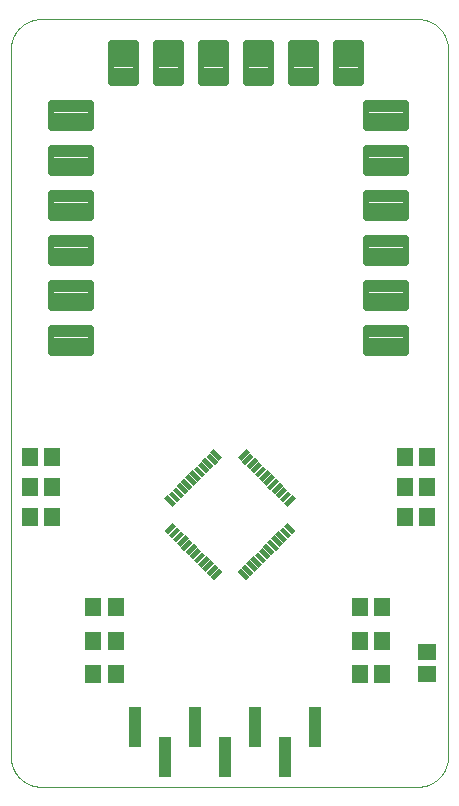
<source format=gbs>
G75*
%MOIN*%
%OFA0B0*%
%FSLAX25Y25*%
%IPPOS*%
%LPD*%
%AMOC8*
5,1,8,0,0,1.08239X$1,22.5*
%
%ADD10C,0.00000*%
%ADD11R,0.05518X0.06306*%
%ADD12R,0.06306X0.05518*%
%ADD13R,0.04400X0.13400*%
%ADD14R,0.03943X0.01581*%
%ADD15R,0.01581X0.03943*%
%ADD16C,0.02080*%
D10*
X0003211Y0011500D02*
X0003211Y0247406D01*
X0003214Y0247648D01*
X0003223Y0247889D01*
X0003237Y0248130D01*
X0003258Y0248371D01*
X0003284Y0248611D01*
X0003316Y0248851D01*
X0003354Y0249090D01*
X0003397Y0249327D01*
X0003447Y0249564D01*
X0003502Y0249799D01*
X0003562Y0250033D01*
X0003629Y0250265D01*
X0003700Y0250496D01*
X0003778Y0250725D01*
X0003861Y0250952D01*
X0003949Y0251177D01*
X0004043Y0251400D01*
X0004142Y0251620D01*
X0004247Y0251838D01*
X0004356Y0252053D01*
X0004471Y0252266D01*
X0004591Y0252476D01*
X0004716Y0252682D01*
X0004846Y0252886D01*
X0004981Y0253087D01*
X0005121Y0253284D01*
X0005265Y0253478D01*
X0005414Y0253668D01*
X0005568Y0253854D01*
X0005726Y0254037D01*
X0005888Y0254216D01*
X0006055Y0254391D01*
X0006226Y0254562D01*
X0006401Y0254729D01*
X0006580Y0254891D01*
X0006763Y0255049D01*
X0006949Y0255203D01*
X0007139Y0255352D01*
X0007333Y0255496D01*
X0007530Y0255636D01*
X0007731Y0255771D01*
X0007935Y0255901D01*
X0008141Y0256026D01*
X0008351Y0256146D01*
X0008564Y0256261D01*
X0008779Y0256370D01*
X0008997Y0256475D01*
X0009217Y0256574D01*
X0009440Y0256668D01*
X0009665Y0256756D01*
X0009892Y0256839D01*
X0010121Y0256917D01*
X0010352Y0256988D01*
X0010584Y0257055D01*
X0010818Y0257115D01*
X0011053Y0257170D01*
X0011290Y0257220D01*
X0011527Y0257263D01*
X0011766Y0257301D01*
X0012006Y0257333D01*
X0012246Y0257359D01*
X0012487Y0257380D01*
X0012728Y0257394D01*
X0012969Y0257403D01*
X0013211Y0257406D01*
X0138880Y0257406D01*
X0139122Y0257403D01*
X0139363Y0257394D01*
X0139604Y0257380D01*
X0139845Y0257359D01*
X0140085Y0257333D01*
X0140325Y0257301D01*
X0140564Y0257263D01*
X0140801Y0257220D01*
X0141038Y0257170D01*
X0141273Y0257115D01*
X0141507Y0257055D01*
X0141739Y0256988D01*
X0141970Y0256917D01*
X0142199Y0256839D01*
X0142426Y0256756D01*
X0142651Y0256668D01*
X0142874Y0256574D01*
X0143094Y0256475D01*
X0143312Y0256370D01*
X0143527Y0256261D01*
X0143740Y0256146D01*
X0143950Y0256026D01*
X0144156Y0255901D01*
X0144360Y0255771D01*
X0144561Y0255636D01*
X0144758Y0255496D01*
X0144952Y0255352D01*
X0145142Y0255203D01*
X0145328Y0255049D01*
X0145511Y0254891D01*
X0145690Y0254729D01*
X0145865Y0254562D01*
X0146036Y0254391D01*
X0146203Y0254216D01*
X0146365Y0254037D01*
X0146523Y0253854D01*
X0146677Y0253668D01*
X0146826Y0253478D01*
X0146970Y0253284D01*
X0147110Y0253087D01*
X0147245Y0252886D01*
X0147375Y0252682D01*
X0147500Y0252476D01*
X0147620Y0252266D01*
X0147735Y0252053D01*
X0147844Y0251838D01*
X0147949Y0251620D01*
X0148048Y0251400D01*
X0148142Y0251177D01*
X0148230Y0250952D01*
X0148313Y0250725D01*
X0148391Y0250496D01*
X0148462Y0250265D01*
X0148529Y0250033D01*
X0148589Y0249799D01*
X0148644Y0249564D01*
X0148694Y0249327D01*
X0148737Y0249090D01*
X0148775Y0248851D01*
X0148807Y0248611D01*
X0148833Y0248371D01*
X0148854Y0248130D01*
X0148868Y0247889D01*
X0148877Y0247648D01*
X0148880Y0247406D01*
X0148880Y0011500D01*
X0148877Y0011258D01*
X0148868Y0011017D01*
X0148854Y0010776D01*
X0148833Y0010535D01*
X0148807Y0010295D01*
X0148775Y0010055D01*
X0148737Y0009816D01*
X0148694Y0009579D01*
X0148644Y0009342D01*
X0148589Y0009107D01*
X0148529Y0008873D01*
X0148462Y0008641D01*
X0148391Y0008410D01*
X0148313Y0008181D01*
X0148230Y0007954D01*
X0148142Y0007729D01*
X0148048Y0007506D01*
X0147949Y0007286D01*
X0147844Y0007068D01*
X0147735Y0006853D01*
X0147620Y0006640D01*
X0147500Y0006430D01*
X0147375Y0006224D01*
X0147245Y0006020D01*
X0147110Y0005819D01*
X0146970Y0005622D01*
X0146826Y0005428D01*
X0146677Y0005238D01*
X0146523Y0005052D01*
X0146365Y0004869D01*
X0146203Y0004690D01*
X0146036Y0004515D01*
X0145865Y0004344D01*
X0145690Y0004177D01*
X0145511Y0004015D01*
X0145328Y0003857D01*
X0145142Y0003703D01*
X0144952Y0003554D01*
X0144758Y0003410D01*
X0144561Y0003270D01*
X0144360Y0003135D01*
X0144156Y0003005D01*
X0143950Y0002880D01*
X0143740Y0002760D01*
X0143527Y0002645D01*
X0143312Y0002536D01*
X0143094Y0002431D01*
X0142874Y0002332D01*
X0142651Y0002238D01*
X0142426Y0002150D01*
X0142199Y0002067D01*
X0141970Y0001989D01*
X0141739Y0001918D01*
X0141507Y0001851D01*
X0141273Y0001791D01*
X0141038Y0001736D01*
X0140801Y0001686D01*
X0140564Y0001643D01*
X0140325Y0001605D01*
X0140085Y0001573D01*
X0139845Y0001547D01*
X0139604Y0001526D01*
X0139363Y0001512D01*
X0139122Y0001503D01*
X0138880Y0001500D01*
X0013211Y0001500D01*
X0012969Y0001503D01*
X0012728Y0001512D01*
X0012487Y0001526D01*
X0012246Y0001547D01*
X0012006Y0001573D01*
X0011766Y0001605D01*
X0011527Y0001643D01*
X0011290Y0001686D01*
X0011053Y0001736D01*
X0010818Y0001791D01*
X0010584Y0001851D01*
X0010352Y0001918D01*
X0010121Y0001989D01*
X0009892Y0002067D01*
X0009665Y0002150D01*
X0009440Y0002238D01*
X0009217Y0002332D01*
X0008997Y0002431D01*
X0008779Y0002536D01*
X0008564Y0002645D01*
X0008351Y0002760D01*
X0008141Y0002880D01*
X0007935Y0003005D01*
X0007731Y0003135D01*
X0007530Y0003270D01*
X0007333Y0003410D01*
X0007139Y0003554D01*
X0006949Y0003703D01*
X0006763Y0003857D01*
X0006580Y0004015D01*
X0006401Y0004177D01*
X0006226Y0004344D01*
X0006055Y0004515D01*
X0005888Y0004690D01*
X0005726Y0004869D01*
X0005568Y0005052D01*
X0005414Y0005238D01*
X0005265Y0005428D01*
X0005121Y0005622D01*
X0004981Y0005819D01*
X0004846Y0006020D01*
X0004716Y0006224D01*
X0004591Y0006430D01*
X0004471Y0006640D01*
X0004356Y0006853D01*
X0004247Y0007068D01*
X0004142Y0007286D01*
X0004043Y0007506D01*
X0003949Y0007729D01*
X0003861Y0007954D01*
X0003778Y0008181D01*
X0003700Y0008410D01*
X0003629Y0008641D01*
X0003562Y0008873D01*
X0003502Y0009107D01*
X0003447Y0009342D01*
X0003397Y0009579D01*
X0003354Y0009816D01*
X0003316Y0010055D01*
X0003284Y0010295D01*
X0003258Y0010535D01*
X0003237Y0010776D01*
X0003223Y0011017D01*
X0003214Y0011258D01*
X0003211Y0011500D01*
D11*
X0030721Y0039000D03*
X0030721Y0050250D03*
X0030721Y0061500D03*
X0038201Y0061500D03*
X0038201Y0050250D03*
X0038201Y0039000D03*
X0016951Y0091500D03*
X0009471Y0091500D03*
X0009471Y0101500D03*
X0009471Y0111500D03*
X0016951Y0111500D03*
X0016951Y0101500D03*
X0119471Y0061500D03*
X0126951Y0061500D03*
X0126951Y0050250D03*
X0119471Y0050250D03*
X0119471Y0039000D03*
X0126951Y0039000D03*
X0134471Y0091500D03*
X0134471Y0101500D03*
X0134471Y0111500D03*
X0141951Y0111500D03*
X0141951Y0101500D03*
X0141951Y0091500D03*
D12*
X0141961Y0046490D03*
X0141961Y0039010D03*
D13*
X0104461Y0021500D03*
X0094461Y0011500D03*
X0084461Y0021500D03*
X0074461Y0011500D03*
X0064461Y0021500D03*
X0054461Y0011500D03*
X0044461Y0021500D03*
D14*
G36*
X0069684Y0071492D02*
X0072471Y0074279D01*
X0073588Y0073162D01*
X0070801Y0070375D01*
X0069684Y0071492D01*
G37*
G36*
X0068292Y0072884D02*
X0071079Y0075671D01*
X0072196Y0074554D01*
X0069409Y0071767D01*
X0068292Y0072884D01*
G37*
G36*
X0066900Y0074276D02*
X0069687Y0077063D01*
X0070804Y0075946D01*
X0068017Y0073159D01*
X0066900Y0074276D01*
G37*
G36*
X0065508Y0075668D02*
X0068295Y0078455D01*
X0069412Y0077338D01*
X0066625Y0074551D01*
X0065508Y0075668D01*
G37*
G36*
X0064116Y0077060D02*
X0066903Y0079847D01*
X0068020Y0078730D01*
X0065233Y0075943D01*
X0064116Y0077060D01*
G37*
G36*
X0062724Y0078452D02*
X0065511Y0081239D01*
X0066628Y0080122D01*
X0063841Y0077335D01*
X0062724Y0078452D01*
G37*
G36*
X0061332Y0079844D02*
X0064119Y0082631D01*
X0065236Y0081514D01*
X0062449Y0078727D01*
X0061332Y0079844D01*
G37*
G36*
X0059940Y0081236D02*
X0062727Y0084023D01*
X0063844Y0082906D01*
X0061057Y0080119D01*
X0059940Y0081236D01*
G37*
G36*
X0058548Y0082628D02*
X0061335Y0085415D01*
X0062452Y0084298D01*
X0059665Y0081511D01*
X0058548Y0082628D01*
G37*
G36*
X0057156Y0084020D02*
X0059943Y0086807D01*
X0061060Y0085690D01*
X0058273Y0082903D01*
X0057156Y0084020D01*
G37*
G36*
X0055764Y0085412D02*
X0058551Y0088199D01*
X0059668Y0087082D01*
X0056881Y0084295D01*
X0055764Y0085412D01*
G37*
G36*
X0054372Y0086804D02*
X0057159Y0089591D01*
X0058276Y0088474D01*
X0055489Y0085687D01*
X0054372Y0086804D01*
G37*
G36*
X0078870Y0111302D02*
X0081657Y0114089D01*
X0082774Y0112972D01*
X0079987Y0110185D01*
X0078870Y0111302D01*
G37*
G36*
X0080262Y0109910D02*
X0083049Y0112697D01*
X0084166Y0111580D01*
X0081379Y0108793D01*
X0080262Y0109910D01*
G37*
G36*
X0081654Y0108518D02*
X0084441Y0111305D01*
X0085558Y0110188D01*
X0082771Y0107401D01*
X0081654Y0108518D01*
G37*
G36*
X0083046Y0107126D02*
X0085833Y0109913D01*
X0086950Y0108796D01*
X0084163Y0106009D01*
X0083046Y0107126D01*
G37*
G36*
X0084438Y0105734D02*
X0087225Y0108521D01*
X0088342Y0107404D01*
X0085555Y0104617D01*
X0084438Y0105734D01*
G37*
G36*
X0085830Y0104342D02*
X0088617Y0107129D01*
X0089734Y0106012D01*
X0086947Y0103225D01*
X0085830Y0104342D01*
G37*
G36*
X0087222Y0102950D02*
X0090009Y0105737D01*
X0091126Y0104620D01*
X0088339Y0101833D01*
X0087222Y0102950D01*
G37*
G36*
X0088614Y0101558D02*
X0091401Y0104345D01*
X0092518Y0103228D01*
X0089731Y0100441D01*
X0088614Y0101558D01*
G37*
G36*
X0090006Y0100166D02*
X0092793Y0102953D01*
X0093910Y0101836D01*
X0091123Y0099049D01*
X0090006Y0100166D01*
G37*
G36*
X0091398Y0098775D02*
X0094185Y0101562D01*
X0095302Y0100445D01*
X0092515Y0097658D01*
X0091398Y0098775D01*
G37*
G36*
X0092790Y0097383D02*
X0095577Y0100170D01*
X0096694Y0099053D01*
X0093907Y0096266D01*
X0092790Y0097383D01*
G37*
G36*
X0094182Y0095991D02*
X0096969Y0098778D01*
X0098086Y0097661D01*
X0095299Y0094874D01*
X0094182Y0095991D01*
G37*
D15*
G36*
X0094182Y0088474D02*
X0095299Y0089591D01*
X0098086Y0086804D01*
X0096969Y0085687D01*
X0094182Y0088474D01*
G37*
G36*
X0092790Y0087082D02*
X0093907Y0088199D01*
X0096694Y0085412D01*
X0095577Y0084295D01*
X0092790Y0087082D01*
G37*
G36*
X0091398Y0085690D02*
X0092515Y0086807D01*
X0095302Y0084020D01*
X0094185Y0082903D01*
X0091398Y0085690D01*
G37*
G36*
X0090006Y0084298D02*
X0091123Y0085415D01*
X0093910Y0082628D01*
X0092793Y0081511D01*
X0090006Y0084298D01*
G37*
G36*
X0088614Y0082906D02*
X0089731Y0084023D01*
X0092518Y0081236D01*
X0091401Y0080119D01*
X0088614Y0082906D01*
G37*
G36*
X0087222Y0081514D02*
X0088339Y0082631D01*
X0091126Y0079844D01*
X0090009Y0078727D01*
X0087222Y0081514D01*
G37*
G36*
X0085830Y0080122D02*
X0086947Y0081239D01*
X0089734Y0078452D01*
X0088617Y0077335D01*
X0085830Y0080122D01*
G37*
G36*
X0084438Y0078730D02*
X0085555Y0079847D01*
X0088342Y0077060D01*
X0087225Y0075943D01*
X0084438Y0078730D01*
G37*
G36*
X0083046Y0077338D02*
X0084163Y0078455D01*
X0086950Y0075668D01*
X0085833Y0074551D01*
X0083046Y0077338D01*
G37*
G36*
X0081654Y0075946D02*
X0082771Y0077063D01*
X0085558Y0074276D01*
X0084441Y0073159D01*
X0081654Y0075946D01*
G37*
G36*
X0080262Y0074554D02*
X0081379Y0075671D01*
X0084166Y0072884D01*
X0083049Y0071767D01*
X0080262Y0074554D01*
G37*
G36*
X0078870Y0073162D02*
X0079987Y0074279D01*
X0082774Y0071492D01*
X0081657Y0070375D01*
X0078870Y0073162D01*
G37*
G36*
X0061332Y0104620D02*
X0062449Y0105737D01*
X0065236Y0102950D01*
X0064119Y0101833D01*
X0061332Y0104620D01*
G37*
G36*
X0059940Y0103228D02*
X0061057Y0104345D01*
X0063844Y0101558D01*
X0062727Y0100441D01*
X0059940Y0103228D01*
G37*
G36*
X0058548Y0101836D02*
X0059665Y0102953D01*
X0062452Y0100166D01*
X0061335Y0099049D01*
X0058548Y0101836D01*
G37*
G36*
X0057156Y0100445D02*
X0058273Y0101562D01*
X0061060Y0098775D01*
X0059943Y0097658D01*
X0057156Y0100445D01*
G37*
G36*
X0055764Y0099053D02*
X0056881Y0100170D01*
X0059668Y0097383D01*
X0058551Y0096266D01*
X0055764Y0099053D01*
G37*
G36*
X0054372Y0097661D02*
X0055489Y0098778D01*
X0058276Y0095991D01*
X0057159Y0094874D01*
X0054372Y0097661D01*
G37*
G36*
X0062724Y0106012D02*
X0063841Y0107129D01*
X0066628Y0104342D01*
X0065511Y0103225D01*
X0062724Y0106012D01*
G37*
G36*
X0064116Y0107404D02*
X0065233Y0108521D01*
X0068020Y0105734D01*
X0066903Y0104617D01*
X0064116Y0107404D01*
G37*
G36*
X0065508Y0108796D02*
X0066625Y0109913D01*
X0069412Y0107126D01*
X0068295Y0106009D01*
X0065508Y0108796D01*
G37*
G36*
X0066900Y0110188D02*
X0068017Y0111305D01*
X0070804Y0108518D01*
X0069687Y0107401D01*
X0066900Y0110188D01*
G37*
G36*
X0068292Y0111580D02*
X0069409Y0112697D01*
X0072196Y0109910D01*
X0071079Y0108793D01*
X0068292Y0111580D01*
G37*
G36*
X0069684Y0112972D02*
X0070801Y0114089D01*
X0073588Y0111302D01*
X0072471Y0110185D01*
X0069684Y0112972D01*
G37*
D16*
X0016551Y0146090D02*
X0016551Y0154410D01*
X0029871Y0154410D01*
X0029871Y0146090D01*
X0016551Y0146090D01*
X0016551Y0148169D02*
X0029871Y0148169D01*
X0029871Y0150248D02*
X0016551Y0150248D01*
X0016551Y0152327D02*
X0029871Y0152327D01*
X0029871Y0154406D02*
X0016551Y0154406D01*
X0016551Y0161090D02*
X0016551Y0169410D01*
X0029871Y0169410D01*
X0029871Y0161090D01*
X0016551Y0161090D01*
X0016551Y0163169D02*
X0029871Y0163169D01*
X0029871Y0165248D02*
X0016551Y0165248D01*
X0016551Y0167327D02*
X0029871Y0167327D01*
X0029871Y0169406D02*
X0016551Y0169406D01*
X0016551Y0176090D02*
X0016551Y0184410D01*
X0029871Y0184410D01*
X0029871Y0176090D01*
X0016551Y0176090D01*
X0016551Y0178169D02*
X0029871Y0178169D01*
X0029871Y0180248D02*
X0016551Y0180248D01*
X0016551Y0182327D02*
X0029871Y0182327D01*
X0029871Y0184406D02*
X0016551Y0184406D01*
X0016551Y0191090D02*
X0016551Y0199410D01*
X0029871Y0199410D01*
X0029871Y0191090D01*
X0016551Y0191090D01*
X0016551Y0193169D02*
X0029871Y0193169D01*
X0029871Y0195248D02*
X0016551Y0195248D01*
X0016551Y0197327D02*
X0029871Y0197327D01*
X0029871Y0199406D02*
X0016551Y0199406D01*
X0029871Y0206090D02*
X0029871Y0214410D01*
X0029871Y0206090D02*
X0016551Y0206090D01*
X0016551Y0214410D01*
X0029871Y0214410D01*
X0029871Y0208169D02*
X0016551Y0208169D01*
X0016551Y0210248D02*
X0029871Y0210248D01*
X0029871Y0212327D02*
X0016551Y0212327D01*
X0016551Y0214406D02*
X0029871Y0214406D01*
X0029871Y0221090D02*
X0029871Y0229410D01*
X0029871Y0221090D02*
X0016551Y0221090D01*
X0016551Y0229410D01*
X0029871Y0229410D01*
X0029871Y0223169D02*
X0016551Y0223169D01*
X0016551Y0225248D02*
X0029871Y0225248D01*
X0029871Y0227327D02*
X0016551Y0227327D01*
X0016551Y0229406D02*
X0029871Y0229406D01*
X0036551Y0249410D02*
X0044871Y0249410D01*
X0044871Y0236090D01*
X0036551Y0236090D01*
X0036551Y0249410D01*
X0036551Y0238169D02*
X0044871Y0238169D01*
X0044871Y0240248D02*
X0036551Y0240248D01*
X0036551Y0242327D02*
X0044871Y0242327D01*
X0044871Y0244406D02*
X0036551Y0244406D01*
X0036551Y0246485D02*
X0044871Y0246485D01*
X0044871Y0248564D02*
X0036551Y0248564D01*
X0051551Y0249410D02*
X0059871Y0249410D01*
X0059871Y0236090D01*
X0051551Y0236090D01*
X0051551Y0249410D01*
X0051551Y0238169D02*
X0059871Y0238169D01*
X0059871Y0240248D02*
X0051551Y0240248D01*
X0051551Y0242327D02*
X0059871Y0242327D01*
X0059871Y0244406D02*
X0051551Y0244406D01*
X0051551Y0246485D02*
X0059871Y0246485D01*
X0059871Y0248564D02*
X0051551Y0248564D01*
X0066551Y0249410D02*
X0074871Y0249410D01*
X0074871Y0236090D01*
X0066551Y0236090D01*
X0066551Y0249410D01*
X0066551Y0238169D02*
X0074871Y0238169D01*
X0074871Y0240248D02*
X0066551Y0240248D01*
X0066551Y0242327D02*
X0074871Y0242327D01*
X0074871Y0244406D02*
X0066551Y0244406D01*
X0066551Y0246485D02*
X0074871Y0246485D01*
X0074871Y0248564D02*
X0066551Y0248564D01*
X0081551Y0249410D02*
X0089871Y0249410D01*
X0089871Y0236090D01*
X0081551Y0236090D01*
X0081551Y0249410D01*
X0081551Y0238169D02*
X0089871Y0238169D01*
X0089871Y0240248D02*
X0081551Y0240248D01*
X0081551Y0242327D02*
X0089871Y0242327D01*
X0089871Y0244406D02*
X0081551Y0244406D01*
X0081551Y0246485D02*
X0089871Y0246485D01*
X0089871Y0248564D02*
X0081551Y0248564D01*
X0096551Y0249410D02*
X0104871Y0249410D01*
X0104871Y0236090D01*
X0096551Y0236090D01*
X0096551Y0249410D01*
X0096551Y0238169D02*
X0104871Y0238169D01*
X0104871Y0240248D02*
X0096551Y0240248D01*
X0096551Y0242327D02*
X0104871Y0242327D01*
X0104871Y0244406D02*
X0096551Y0244406D01*
X0096551Y0246485D02*
X0104871Y0246485D01*
X0104871Y0248564D02*
X0096551Y0248564D01*
X0111551Y0249410D02*
X0119871Y0249410D01*
X0119871Y0236090D01*
X0111551Y0236090D01*
X0111551Y0249410D01*
X0111551Y0238169D02*
X0119871Y0238169D01*
X0119871Y0240248D02*
X0111551Y0240248D01*
X0111551Y0242327D02*
X0119871Y0242327D01*
X0119871Y0244406D02*
X0111551Y0244406D01*
X0111551Y0246485D02*
X0119871Y0246485D01*
X0119871Y0248564D02*
X0111551Y0248564D01*
X0121551Y0229410D02*
X0121551Y0221090D01*
X0121551Y0229410D02*
X0134871Y0229410D01*
X0134871Y0221090D01*
X0121551Y0221090D01*
X0121551Y0223169D02*
X0134871Y0223169D01*
X0134871Y0225248D02*
X0121551Y0225248D01*
X0121551Y0227327D02*
X0134871Y0227327D01*
X0134871Y0229406D02*
X0121551Y0229406D01*
X0121551Y0214410D02*
X0121551Y0206090D01*
X0121551Y0214410D02*
X0134871Y0214410D01*
X0134871Y0206090D01*
X0121551Y0206090D01*
X0121551Y0208169D02*
X0134871Y0208169D01*
X0134871Y0210248D02*
X0121551Y0210248D01*
X0121551Y0212327D02*
X0134871Y0212327D01*
X0134871Y0214406D02*
X0121551Y0214406D01*
X0121551Y0199410D02*
X0121551Y0191090D01*
X0121551Y0199410D02*
X0134871Y0199410D01*
X0134871Y0191090D01*
X0121551Y0191090D01*
X0121551Y0193169D02*
X0134871Y0193169D01*
X0134871Y0195248D02*
X0121551Y0195248D01*
X0121551Y0197327D02*
X0134871Y0197327D01*
X0134871Y0199406D02*
X0121551Y0199406D01*
X0121551Y0184410D02*
X0121551Y0176090D01*
X0121551Y0184410D02*
X0134871Y0184410D01*
X0134871Y0176090D01*
X0121551Y0176090D01*
X0121551Y0178169D02*
X0134871Y0178169D01*
X0134871Y0180248D02*
X0121551Y0180248D01*
X0121551Y0182327D02*
X0134871Y0182327D01*
X0134871Y0184406D02*
X0121551Y0184406D01*
X0121551Y0169410D02*
X0121551Y0161090D01*
X0121551Y0169410D02*
X0134871Y0169410D01*
X0134871Y0161090D01*
X0121551Y0161090D01*
X0121551Y0163169D02*
X0134871Y0163169D01*
X0134871Y0165248D02*
X0121551Y0165248D01*
X0121551Y0167327D02*
X0134871Y0167327D01*
X0134871Y0169406D02*
X0121551Y0169406D01*
X0121551Y0154410D02*
X0121551Y0146090D01*
X0121551Y0154410D02*
X0134871Y0154410D01*
X0134871Y0146090D01*
X0121551Y0146090D01*
X0121551Y0148169D02*
X0134871Y0148169D01*
X0134871Y0150248D02*
X0121551Y0150248D01*
X0121551Y0152327D02*
X0134871Y0152327D01*
X0134871Y0154406D02*
X0121551Y0154406D01*
M02*

</source>
